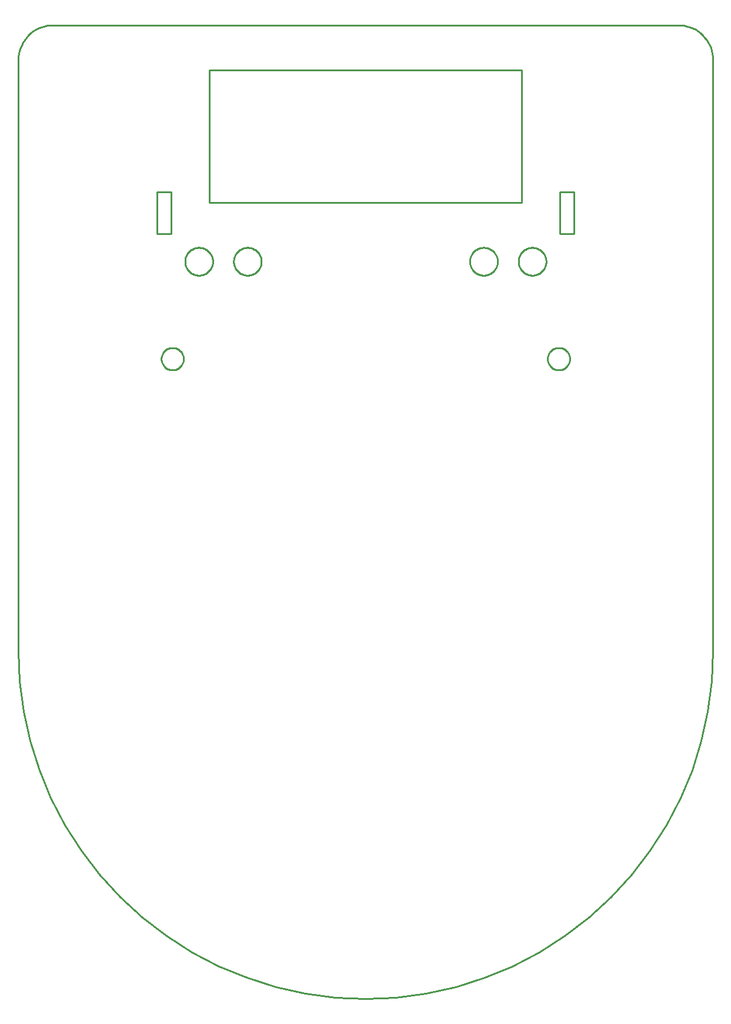
<source format=gbr>
G04 EAGLE Gerber RS-274X export*
G75*
%MOMM*%
%FSLAX34Y34*%
%LPD*%
%AMOC8*
5,1,8,0,0,1.08239X$1,22.5*%
G01*
%ADD10C,0.254000*%


D10*
X0Y500000D02*
X1903Y456422D01*
X7596Y413176D01*
X17037Y370590D01*
X30154Y328990D01*
X46846Y288691D01*
X66987Y250000D01*
X90424Y213212D01*
X116978Y178606D01*
X146447Y146447D01*
X178606Y116978D01*
X213212Y90424D01*
X250000Y66987D01*
X288691Y46846D01*
X328990Y30154D01*
X370590Y17037D01*
X413176Y7596D01*
X456422Y1903D01*
X500000Y0D01*
X543578Y1903D01*
X586824Y7596D01*
X629410Y17037D01*
X671010Y30154D01*
X711309Y46846D01*
X750000Y66987D01*
X786788Y90424D01*
X821394Y116978D01*
X853553Y146447D01*
X883022Y178606D01*
X909576Y213212D01*
X933013Y250000D01*
X953154Y288691D01*
X969846Y328990D01*
X982963Y370590D01*
X992404Y413176D01*
X998097Y456422D01*
X1000000Y500000D01*
X1000000Y1350000D01*
X999810Y1354358D01*
X999240Y1358682D01*
X998296Y1362941D01*
X996985Y1367101D01*
X995315Y1371131D01*
X993301Y1375000D01*
X990958Y1378679D01*
X988302Y1382139D01*
X985355Y1385355D01*
X982139Y1388302D01*
X978679Y1390958D01*
X975000Y1393301D01*
X971131Y1395315D01*
X967101Y1396985D01*
X962941Y1398296D01*
X958682Y1399240D01*
X954358Y1399810D01*
X950000Y1400000D01*
X50000Y1400000D01*
X45642Y1399810D01*
X41318Y1399240D01*
X37059Y1398296D01*
X32899Y1396985D01*
X28869Y1395315D01*
X25000Y1393301D01*
X21321Y1390958D01*
X17861Y1388302D01*
X14645Y1385355D01*
X11698Y1382139D01*
X9042Y1378679D01*
X6699Y1375000D01*
X4685Y1371131D01*
X3015Y1367101D01*
X1704Y1362941D01*
X760Y1358682D01*
X190Y1354358D01*
X0Y1350000D01*
X0Y500000D01*
X275000Y1145000D02*
X725000Y1145000D01*
X725000Y1335000D01*
X275000Y1335000D01*
X275000Y1145000D01*
X780000Y1100000D02*
X800000Y1100000D01*
X800000Y1160000D01*
X780000Y1160000D01*
X780000Y1100000D01*
X200000Y1100000D02*
X220000Y1100000D01*
X220000Y1160000D01*
X200000Y1160000D01*
X200000Y1100000D01*
X760000Y1059396D02*
X759927Y1058189D01*
X759781Y1056989D01*
X759563Y1055800D01*
X759274Y1054627D01*
X758915Y1053473D01*
X758486Y1052343D01*
X757990Y1051241D01*
X757428Y1050170D01*
X756803Y1049136D01*
X756116Y1048141D01*
X755371Y1047190D01*
X754569Y1046285D01*
X753715Y1045431D01*
X752810Y1044629D01*
X751859Y1043884D01*
X750864Y1043197D01*
X749830Y1042572D01*
X748759Y1042010D01*
X747657Y1041514D01*
X746527Y1041085D01*
X745373Y1040726D01*
X744200Y1040437D01*
X743011Y1040219D01*
X741811Y1040073D01*
X740604Y1040000D01*
X739396Y1040000D01*
X738189Y1040073D01*
X736989Y1040219D01*
X735800Y1040437D01*
X734627Y1040726D01*
X733473Y1041085D01*
X732343Y1041514D01*
X731241Y1042010D01*
X730170Y1042572D01*
X729136Y1043197D01*
X728141Y1043884D01*
X727190Y1044629D01*
X726285Y1045431D01*
X725431Y1046285D01*
X724629Y1047190D01*
X723884Y1048141D01*
X723197Y1049136D01*
X722572Y1050170D01*
X722010Y1051241D01*
X721514Y1052343D01*
X721085Y1053473D01*
X720726Y1054627D01*
X720437Y1055800D01*
X720219Y1056989D01*
X720073Y1058189D01*
X720000Y1059396D01*
X720000Y1060604D01*
X720073Y1061811D01*
X720219Y1063011D01*
X720437Y1064200D01*
X720726Y1065373D01*
X721085Y1066527D01*
X721514Y1067657D01*
X722010Y1068759D01*
X722572Y1069830D01*
X723197Y1070864D01*
X723884Y1071859D01*
X724629Y1072810D01*
X725431Y1073715D01*
X726285Y1074569D01*
X727190Y1075371D01*
X728141Y1076116D01*
X729136Y1076803D01*
X730170Y1077428D01*
X731241Y1077990D01*
X732343Y1078486D01*
X733473Y1078915D01*
X734627Y1079274D01*
X735800Y1079563D01*
X736989Y1079781D01*
X738189Y1079927D01*
X739396Y1080000D01*
X740604Y1080000D01*
X741811Y1079927D01*
X743011Y1079781D01*
X744200Y1079563D01*
X745373Y1079274D01*
X746527Y1078915D01*
X747657Y1078486D01*
X748759Y1077990D01*
X749830Y1077428D01*
X750864Y1076803D01*
X751859Y1076116D01*
X752810Y1075371D01*
X753715Y1074569D01*
X754569Y1073715D01*
X755371Y1072810D01*
X756116Y1071859D01*
X756803Y1070864D01*
X757428Y1069830D01*
X757990Y1068759D01*
X758486Y1067657D01*
X758915Y1066527D01*
X759274Y1065373D01*
X759563Y1064200D01*
X759781Y1063011D01*
X759927Y1061811D01*
X760000Y1060604D01*
X760000Y1059396D01*
X690000Y1059396D02*
X689927Y1058189D01*
X689781Y1056989D01*
X689563Y1055800D01*
X689274Y1054627D01*
X688915Y1053473D01*
X688486Y1052343D01*
X687990Y1051241D01*
X687428Y1050170D01*
X686803Y1049136D01*
X686116Y1048141D01*
X685371Y1047190D01*
X684569Y1046285D01*
X683715Y1045431D01*
X682810Y1044629D01*
X681859Y1043884D01*
X680864Y1043197D01*
X679830Y1042572D01*
X678759Y1042010D01*
X677657Y1041514D01*
X676527Y1041085D01*
X675373Y1040726D01*
X674200Y1040437D01*
X673011Y1040219D01*
X671811Y1040073D01*
X670604Y1040000D01*
X669396Y1040000D01*
X668189Y1040073D01*
X666989Y1040219D01*
X665800Y1040437D01*
X664627Y1040726D01*
X663473Y1041085D01*
X662343Y1041514D01*
X661241Y1042010D01*
X660170Y1042572D01*
X659136Y1043197D01*
X658141Y1043884D01*
X657190Y1044629D01*
X656285Y1045431D01*
X655431Y1046285D01*
X654629Y1047190D01*
X653884Y1048141D01*
X653197Y1049136D01*
X652572Y1050170D01*
X652010Y1051241D01*
X651514Y1052343D01*
X651085Y1053473D01*
X650726Y1054627D01*
X650437Y1055800D01*
X650219Y1056989D01*
X650073Y1058189D01*
X650000Y1059396D01*
X650000Y1060604D01*
X650073Y1061811D01*
X650219Y1063011D01*
X650437Y1064200D01*
X650726Y1065373D01*
X651085Y1066527D01*
X651514Y1067657D01*
X652010Y1068759D01*
X652572Y1069830D01*
X653197Y1070864D01*
X653884Y1071859D01*
X654629Y1072810D01*
X655431Y1073715D01*
X656285Y1074569D01*
X657190Y1075371D01*
X658141Y1076116D01*
X659136Y1076803D01*
X660170Y1077428D01*
X661241Y1077990D01*
X662343Y1078486D01*
X663473Y1078915D01*
X664627Y1079274D01*
X665800Y1079563D01*
X666989Y1079781D01*
X668189Y1079927D01*
X669396Y1080000D01*
X670604Y1080000D01*
X671811Y1079927D01*
X673011Y1079781D01*
X674200Y1079563D01*
X675373Y1079274D01*
X676527Y1078915D01*
X677657Y1078486D01*
X678759Y1077990D01*
X679830Y1077428D01*
X680864Y1076803D01*
X681859Y1076116D01*
X682810Y1075371D01*
X683715Y1074569D01*
X684569Y1073715D01*
X685371Y1072810D01*
X686116Y1071859D01*
X686803Y1070864D01*
X687428Y1069830D01*
X687990Y1068759D01*
X688486Y1067657D01*
X688915Y1066527D01*
X689274Y1065373D01*
X689563Y1064200D01*
X689781Y1063011D01*
X689927Y1061811D01*
X690000Y1060604D01*
X690000Y1059396D01*
X350000Y1059396D02*
X349927Y1058189D01*
X349781Y1056989D01*
X349563Y1055800D01*
X349274Y1054627D01*
X348915Y1053473D01*
X348486Y1052343D01*
X347990Y1051241D01*
X347428Y1050170D01*
X346803Y1049136D01*
X346116Y1048141D01*
X345371Y1047190D01*
X344569Y1046285D01*
X343715Y1045431D01*
X342810Y1044629D01*
X341859Y1043884D01*
X340864Y1043197D01*
X339830Y1042572D01*
X338759Y1042010D01*
X337657Y1041514D01*
X336527Y1041085D01*
X335373Y1040726D01*
X334200Y1040437D01*
X333011Y1040219D01*
X331811Y1040073D01*
X330604Y1040000D01*
X329396Y1040000D01*
X328189Y1040073D01*
X326989Y1040219D01*
X325800Y1040437D01*
X324627Y1040726D01*
X323473Y1041085D01*
X322343Y1041514D01*
X321241Y1042010D01*
X320170Y1042572D01*
X319136Y1043197D01*
X318141Y1043884D01*
X317190Y1044629D01*
X316285Y1045431D01*
X315431Y1046285D01*
X314629Y1047190D01*
X313884Y1048141D01*
X313197Y1049136D01*
X312572Y1050170D01*
X312010Y1051241D01*
X311514Y1052343D01*
X311085Y1053473D01*
X310726Y1054627D01*
X310437Y1055800D01*
X310219Y1056989D01*
X310073Y1058189D01*
X310000Y1059396D01*
X310000Y1060604D01*
X310073Y1061811D01*
X310219Y1063011D01*
X310437Y1064200D01*
X310726Y1065373D01*
X311085Y1066527D01*
X311514Y1067657D01*
X312010Y1068759D01*
X312572Y1069830D01*
X313197Y1070864D01*
X313884Y1071859D01*
X314629Y1072810D01*
X315431Y1073715D01*
X316285Y1074569D01*
X317190Y1075371D01*
X318141Y1076116D01*
X319136Y1076803D01*
X320170Y1077428D01*
X321241Y1077990D01*
X322343Y1078486D01*
X323473Y1078915D01*
X324627Y1079274D01*
X325800Y1079563D01*
X326989Y1079781D01*
X328189Y1079927D01*
X329396Y1080000D01*
X330604Y1080000D01*
X331811Y1079927D01*
X333011Y1079781D01*
X334200Y1079563D01*
X335373Y1079274D01*
X336527Y1078915D01*
X337657Y1078486D01*
X338759Y1077990D01*
X339830Y1077428D01*
X340864Y1076803D01*
X341859Y1076116D01*
X342810Y1075371D01*
X343715Y1074569D01*
X344569Y1073715D01*
X345371Y1072810D01*
X346116Y1071859D01*
X346803Y1070864D01*
X347428Y1069830D01*
X347990Y1068759D01*
X348486Y1067657D01*
X348915Y1066527D01*
X349274Y1065373D01*
X349563Y1064200D01*
X349781Y1063011D01*
X349927Y1061811D01*
X350000Y1060604D01*
X350000Y1059396D01*
X280000Y1059396D02*
X279927Y1058189D01*
X279781Y1056989D01*
X279563Y1055800D01*
X279274Y1054627D01*
X278915Y1053473D01*
X278486Y1052343D01*
X277990Y1051241D01*
X277428Y1050170D01*
X276803Y1049136D01*
X276116Y1048141D01*
X275371Y1047190D01*
X274569Y1046285D01*
X273715Y1045431D01*
X272810Y1044629D01*
X271859Y1043884D01*
X270864Y1043197D01*
X269830Y1042572D01*
X268759Y1042010D01*
X267657Y1041514D01*
X266527Y1041085D01*
X265373Y1040726D01*
X264200Y1040437D01*
X263011Y1040219D01*
X261811Y1040073D01*
X260604Y1040000D01*
X259396Y1040000D01*
X258189Y1040073D01*
X256989Y1040219D01*
X255800Y1040437D01*
X254627Y1040726D01*
X253473Y1041085D01*
X252343Y1041514D01*
X251241Y1042010D01*
X250170Y1042572D01*
X249136Y1043197D01*
X248141Y1043884D01*
X247190Y1044629D01*
X246285Y1045431D01*
X245431Y1046285D01*
X244629Y1047190D01*
X243884Y1048141D01*
X243197Y1049136D01*
X242572Y1050170D01*
X242010Y1051241D01*
X241514Y1052343D01*
X241085Y1053473D01*
X240726Y1054627D01*
X240437Y1055800D01*
X240219Y1056989D01*
X240073Y1058189D01*
X240000Y1059396D01*
X240000Y1060604D01*
X240073Y1061811D01*
X240219Y1063011D01*
X240437Y1064200D01*
X240726Y1065373D01*
X241085Y1066527D01*
X241514Y1067657D01*
X242010Y1068759D01*
X242572Y1069830D01*
X243197Y1070864D01*
X243884Y1071859D01*
X244629Y1072810D01*
X245431Y1073715D01*
X246285Y1074569D01*
X247190Y1075371D01*
X248141Y1076116D01*
X249136Y1076803D01*
X250170Y1077428D01*
X251241Y1077990D01*
X252343Y1078486D01*
X253473Y1078915D01*
X254627Y1079274D01*
X255800Y1079563D01*
X256989Y1079781D01*
X258189Y1079927D01*
X259396Y1080000D01*
X260604Y1080000D01*
X261811Y1079927D01*
X263011Y1079781D01*
X264200Y1079563D01*
X265373Y1079274D01*
X266527Y1078915D01*
X267657Y1078486D01*
X268759Y1077990D01*
X269830Y1077428D01*
X270864Y1076803D01*
X271859Y1076116D01*
X272810Y1075371D01*
X273715Y1074569D01*
X274569Y1073715D01*
X275371Y1072810D01*
X276116Y1071859D01*
X276803Y1070864D01*
X277428Y1069830D01*
X277990Y1068759D01*
X278486Y1067657D01*
X278915Y1066527D01*
X279274Y1065373D01*
X279563Y1064200D01*
X279781Y1063011D01*
X279927Y1061811D01*
X280000Y1060604D01*
X280000Y1059396D01*
X237950Y919476D02*
X237882Y918431D01*
X237745Y917392D01*
X237540Y916365D01*
X237269Y915353D01*
X236933Y914361D01*
X236532Y913393D01*
X236068Y912454D01*
X235545Y911546D01*
X234963Y910675D01*
X234325Y909844D01*
X233634Y909057D01*
X232893Y908316D01*
X232106Y907625D01*
X231275Y906988D01*
X230404Y906406D01*
X229496Y905882D01*
X228557Y905418D01*
X227589Y905017D01*
X226597Y904681D01*
X225585Y904410D01*
X224558Y904205D01*
X223519Y904069D01*
X222474Y904000D01*
X221426Y904000D01*
X220381Y904069D01*
X219342Y904205D01*
X218315Y904410D01*
X217303Y904681D01*
X216311Y905017D01*
X215343Y905418D01*
X214404Y905882D01*
X213496Y906406D01*
X212625Y906988D01*
X211794Y907625D01*
X211007Y908316D01*
X210266Y909057D01*
X209575Y909844D01*
X208938Y910675D01*
X208356Y911546D01*
X207832Y912454D01*
X207368Y913393D01*
X206967Y914361D01*
X206631Y915353D01*
X206360Y916365D01*
X206155Y917392D01*
X206019Y918431D01*
X205950Y919476D01*
X205950Y920524D01*
X206019Y921569D01*
X206155Y922608D01*
X206360Y923635D01*
X206631Y924647D01*
X206967Y925639D01*
X207368Y926607D01*
X207832Y927546D01*
X208356Y928454D01*
X208938Y929325D01*
X209575Y930156D01*
X210266Y930943D01*
X211007Y931684D01*
X211794Y932375D01*
X212625Y933013D01*
X213496Y933595D01*
X214404Y934118D01*
X215343Y934582D01*
X216311Y934983D01*
X217303Y935319D01*
X218315Y935590D01*
X219342Y935795D01*
X220381Y935932D01*
X221426Y936000D01*
X222474Y936000D01*
X223519Y935932D01*
X224558Y935795D01*
X225585Y935590D01*
X226597Y935319D01*
X227589Y934983D01*
X228557Y934582D01*
X229496Y934118D01*
X230404Y933595D01*
X231275Y933013D01*
X232106Y932375D01*
X232893Y931684D01*
X233634Y930943D01*
X234325Y930156D01*
X234963Y929325D01*
X235545Y928454D01*
X236068Y927546D01*
X236532Y926607D01*
X236933Y925639D01*
X237269Y924647D01*
X237540Y923635D01*
X237745Y922608D01*
X237882Y921569D01*
X237950Y920524D01*
X237950Y919476D01*
X794050Y919476D02*
X793982Y918431D01*
X793845Y917392D01*
X793640Y916365D01*
X793369Y915353D01*
X793033Y914361D01*
X792632Y913393D01*
X792168Y912454D01*
X791645Y911546D01*
X791063Y910675D01*
X790425Y909844D01*
X789734Y909057D01*
X788993Y908316D01*
X788206Y907625D01*
X787375Y906988D01*
X786504Y906406D01*
X785596Y905882D01*
X784657Y905418D01*
X783689Y905017D01*
X782697Y904681D01*
X781685Y904410D01*
X780658Y904205D01*
X779619Y904069D01*
X778574Y904000D01*
X777526Y904000D01*
X776481Y904069D01*
X775442Y904205D01*
X774415Y904410D01*
X773403Y904681D01*
X772411Y905017D01*
X771443Y905418D01*
X770504Y905882D01*
X769596Y906406D01*
X768725Y906988D01*
X767894Y907625D01*
X767107Y908316D01*
X766366Y909057D01*
X765675Y909844D01*
X765038Y910675D01*
X764456Y911546D01*
X763932Y912454D01*
X763468Y913393D01*
X763067Y914361D01*
X762731Y915353D01*
X762460Y916365D01*
X762255Y917392D01*
X762119Y918431D01*
X762050Y919476D01*
X762050Y920524D01*
X762119Y921569D01*
X762255Y922608D01*
X762460Y923635D01*
X762731Y924647D01*
X763067Y925639D01*
X763468Y926607D01*
X763932Y927546D01*
X764456Y928454D01*
X765038Y929325D01*
X765675Y930156D01*
X766366Y930943D01*
X767107Y931684D01*
X767894Y932375D01*
X768725Y933013D01*
X769596Y933595D01*
X770504Y934118D01*
X771443Y934582D01*
X772411Y934983D01*
X773403Y935319D01*
X774415Y935590D01*
X775442Y935795D01*
X776481Y935932D01*
X777526Y936000D01*
X778574Y936000D01*
X779619Y935932D01*
X780658Y935795D01*
X781685Y935590D01*
X782697Y935319D01*
X783689Y934983D01*
X784657Y934582D01*
X785596Y934118D01*
X786504Y933595D01*
X787375Y933013D01*
X788206Y932375D01*
X788993Y931684D01*
X789734Y930943D01*
X790425Y930156D01*
X791063Y929325D01*
X791645Y928454D01*
X792168Y927546D01*
X792632Y926607D01*
X793033Y925639D01*
X793369Y924647D01*
X793640Y923635D01*
X793845Y922608D01*
X793982Y921569D01*
X794050Y920524D01*
X794050Y919476D01*
M02*

</source>
